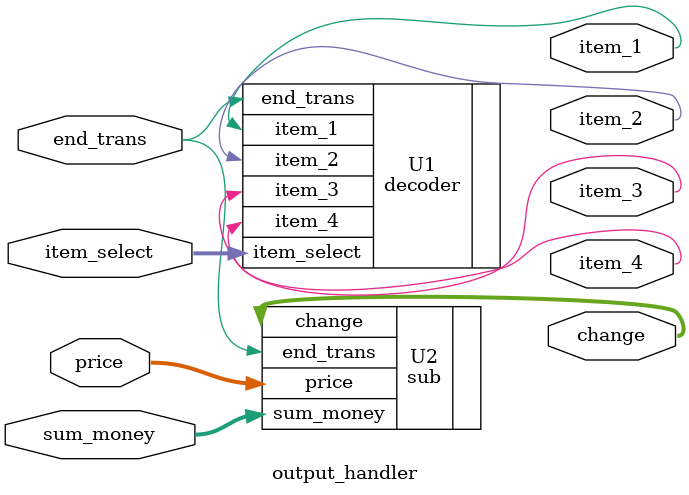
<source format=v>
module output_handler (
input end_trans,
input [7:0] sum_money,
input [7:0] price,
input [1:0] item_select,
output item_1,
output item_2,
output item_3,
output item_4,
output [7:0] change);
                                                                                                                                                                                                                   
decoder U1 (.end_trans(end_trans), .item_select(item_select), .item_1(item_1), .item_2(item_2), .item_3(item_3), .item_4(item_4));
sub     U2 (.end_trans(end_trans), .sum_money(sum_money), .price(price), .change(change));

endmodule
</source>
